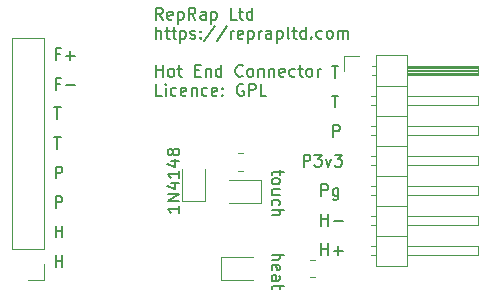
<source format=gbr>
%TF.GenerationSoftware,KiCad,Pcbnew,7.0.7-7.0.7~ubuntu20.04.1*%
%TF.CreationDate,2023-08-31T15:52:28+01:00*%
%TF.ProjectId,hot-end-connector,686f742d-656e-4642-9d63-6f6e6e656374,rev?*%
%TF.SameCoordinates,Original*%
%TF.FileFunction,Legend,Top*%
%TF.FilePolarity,Positive*%
%FSLAX46Y46*%
G04 Gerber Fmt 4.6, Leading zero omitted, Abs format (unit mm)*
G04 Created by KiCad (PCBNEW 7.0.7-7.0.7~ubuntu20.04.1) date 2023-08-31 15:52:28*
%MOMM*%
%LPD*%
G01*
G04 APERTURE LIST*
%ADD10C,0.150000*%
%ADD11C,0.120000*%
G04 APERTURE END LIST*
D10*
X42408207Y-155929819D02*
X42074874Y-155453628D01*
X41836779Y-155929819D02*
X41836779Y-154929819D01*
X41836779Y-154929819D02*
X42217731Y-154929819D01*
X42217731Y-154929819D02*
X42312969Y-154977438D01*
X42312969Y-154977438D02*
X42360588Y-155025057D01*
X42360588Y-155025057D02*
X42408207Y-155120295D01*
X42408207Y-155120295D02*
X42408207Y-155263152D01*
X42408207Y-155263152D02*
X42360588Y-155358390D01*
X42360588Y-155358390D02*
X42312969Y-155406009D01*
X42312969Y-155406009D02*
X42217731Y-155453628D01*
X42217731Y-155453628D02*
X41836779Y-155453628D01*
X43217731Y-155882200D02*
X43122493Y-155929819D01*
X43122493Y-155929819D02*
X42932017Y-155929819D01*
X42932017Y-155929819D02*
X42836779Y-155882200D01*
X42836779Y-155882200D02*
X42789160Y-155786961D01*
X42789160Y-155786961D02*
X42789160Y-155406009D01*
X42789160Y-155406009D02*
X42836779Y-155310771D01*
X42836779Y-155310771D02*
X42932017Y-155263152D01*
X42932017Y-155263152D02*
X43122493Y-155263152D01*
X43122493Y-155263152D02*
X43217731Y-155310771D01*
X43217731Y-155310771D02*
X43265350Y-155406009D01*
X43265350Y-155406009D02*
X43265350Y-155501247D01*
X43265350Y-155501247D02*
X42789160Y-155596485D01*
X43693922Y-155263152D02*
X43693922Y-156263152D01*
X43693922Y-155310771D02*
X43789160Y-155263152D01*
X43789160Y-155263152D02*
X43979636Y-155263152D01*
X43979636Y-155263152D02*
X44074874Y-155310771D01*
X44074874Y-155310771D02*
X44122493Y-155358390D01*
X44122493Y-155358390D02*
X44170112Y-155453628D01*
X44170112Y-155453628D02*
X44170112Y-155739342D01*
X44170112Y-155739342D02*
X44122493Y-155834580D01*
X44122493Y-155834580D02*
X44074874Y-155882200D01*
X44074874Y-155882200D02*
X43979636Y-155929819D01*
X43979636Y-155929819D02*
X43789160Y-155929819D01*
X43789160Y-155929819D02*
X43693922Y-155882200D01*
X45170112Y-155929819D02*
X44836779Y-155453628D01*
X44598684Y-155929819D02*
X44598684Y-154929819D01*
X44598684Y-154929819D02*
X44979636Y-154929819D01*
X44979636Y-154929819D02*
X45074874Y-154977438D01*
X45074874Y-154977438D02*
X45122493Y-155025057D01*
X45122493Y-155025057D02*
X45170112Y-155120295D01*
X45170112Y-155120295D02*
X45170112Y-155263152D01*
X45170112Y-155263152D02*
X45122493Y-155358390D01*
X45122493Y-155358390D02*
X45074874Y-155406009D01*
X45074874Y-155406009D02*
X44979636Y-155453628D01*
X44979636Y-155453628D02*
X44598684Y-155453628D01*
X46027255Y-155929819D02*
X46027255Y-155406009D01*
X46027255Y-155406009D02*
X45979636Y-155310771D01*
X45979636Y-155310771D02*
X45884398Y-155263152D01*
X45884398Y-155263152D02*
X45693922Y-155263152D01*
X45693922Y-155263152D02*
X45598684Y-155310771D01*
X46027255Y-155882200D02*
X45932017Y-155929819D01*
X45932017Y-155929819D02*
X45693922Y-155929819D01*
X45693922Y-155929819D02*
X45598684Y-155882200D01*
X45598684Y-155882200D02*
X45551065Y-155786961D01*
X45551065Y-155786961D02*
X45551065Y-155691723D01*
X45551065Y-155691723D02*
X45598684Y-155596485D01*
X45598684Y-155596485D02*
X45693922Y-155548866D01*
X45693922Y-155548866D02*
X45932017Y-155548866D01*
X45932017Y-155548866D02*
X46027255Y-155501247D01*
X46503446Y-155263152D02*
X46503446Y-156263152D01*
X46503446Y-155310771D02*
X46598684Y-155263152D01*
X46598684Y-155263152D02*
X46789160Y-155263152D01*
X46789160Y-155263152D02*
X46884398Y-155310771D01*
X46884398Y-155310771D02*
X46932017Y-155358390D01*
X46932017Y-155358390D02*
X46979636Y-155453628D01*
X46979636Y-155453628D02*
X46979636Y-155739342D01*
X46979636Y-155739342D02*
X46932017Y-155834580D01*
X46932017Y-155834580D02*
X46884398Y-155882200D01*
X46884398Y-155882200D02*
X46789160Y-155929819D01*
X46789160Y-155929819D02*
X46598684Y-155929819D01*
X46598684Y-155929819D02*
X46503446Y-155882200D01*
X48646303Y-155929819D02*
X48170113Y-155929819D01*
X48170113Y-155929819D02*
X48170113Y-154929819D01*
X48836780Y-155263152D02*
X49217732Y-155263152D01*
X48979637Y-154929819D02*
X48979637Y-155786961D01*
X48979637Y-155786961D02*
X49027256Y-155882200D01*
X49027256Y-155882200D02*
X49122494Y-155929819D01*
X49122494Y-155929819D02*
X49217732Y-155929819D01*
X49979637Y-155929819D02*
X49979637Y-154929819D01*
X49979637Y-155882200D02*
X49884399Y-155929819D01*
X49884399Y-155929819D02*
X49693923Y-155929819D01*
X49693923Y-155929819D02*
X49598685Y-155882200D01*
X49598685Y-155882200D02*
X49551066Y-155834580D01*
X49551066Y-155834580D02*
X49503447Y-155739342D01*
X49503447Y-155739342D02*
X49503447Y-155453628D01*
X49503447Y-155453628D02*
X49551066Y-155358390D01*
X49551066Y-155358390D02*
X49598685Y-155310771D01*
X49598685Y-155310771D02*
X49693923Y-155263152D01*
X49693923Y-155263152D02*
X49884399Y-155263152D01*
X49884399Y-155263152D02*
X49979637Y-155310771D01*
X41836779Y-157539819D02*
X41836779Y-156539819D01*
X42265350Y-157539819D02*
X42265350Y-157016009D01*
X42265350Y-157016009D02*
X42217731Y-156920771D01*
X42217731Y-156920771D02*
X42122493Y-156873152D01*
X42122493Y-156873152D02*
X41979636Y-156873152D01*
X41979636Y-156873152D02*
X41884398Y-156920771D01*
X41884398Y-156920771D02*
X41836779Y-156968390D01*
X42598684Y-156873152D02*
X42979636Y-156873152D01*
X42741541Y-156539819D02*
X42741541Y-157396961D01*
X42741541Y-157396961D02*
X42789160Y-157492200D01*
X42789160Y-157492200D02*
X42884398Y-157539819D01*
X42884398Y-157539819D02*
X42979636Y-157539819D01*
X43170113Y-156873152D02*
X43551065Y-156873152D01*
X43312970Y-156539819D02*
X43312970Y-157396961D01*
X43312970Y-157396961D02*
X43360589Y-157492200D01*
X43360589Y-157492200D02*
X43455827Y-157539819D01*
X43455827Y-157539819D02*
X43551065Y-157539819D01*
X43884399Y-156873152D02*
X43884399Y-157873152D01*
X43884399Y-156920771D02*
X43979637Y-156873152D01*
X43979637Y-156873152D02*
X44170113Y-156873152D01*
X44170113Y-156873152D02*
X44265351Y-156920771D01*
X44265351Y-156920771D02*
X44312970Y-156968390D01*
X44312970Y-156968390D02*
X44360589Y-157063628D01*
X44360589Y-157063628D02*
X44360589Y-157349342D01*
X44360589Y-157349342D02*
X44312970Y-157444580D01*
X44312970Y-157444580D02*
X44265351Y-157492200D01*
X44265351Y-157492200D02*
X44170113Y-157539819D01*
X44170113Y-157539819D02*
X43979637Y-157539819D01*
X43979637Y-157539819D02*
X43884399Y-157492200D01*
X44741542Y-157492200D02*
X44836780Y-157539819D01*
X44836780Y-157539819D02*
X45027256Y-157539819D01*
X45027256Y-157539819D02*
X45122494Y-157492200D01*
X45122494Y-157492200D02*
X45170113Y-157396961D01*
X45170113Y-157396961D02*
X45170113Y-157349342D01*
X45170113Y-157349342D02*
X45122494Y-157254104D01*
X45122494Y-157254104D02*
X45027256Y-157206485D01*
X45027256Y-157206485D02*
X44884399Y-157206485D01*
X44884399Y-157206485D02*
X44789161Y-157158866D01*
X44789161Y-157158866D02*
X44741542Y-157063628D01*
X44741542Y-157063628D02*
X44741542Y-157016009D01*
X44741542Y-157016009D02*
X44789161Y-156920771D01*
X44789161Y-156920771D02*
X44884399Y-156873152D01*
X44884399Y-156873152D02*
X45027256Y-156873152D01*
X45027256Y-156873152D02*
X45122494Y-156920771D01*
X45598685Y-157444580D02*
X45646304Y-157492200D01*
X45646304Y-157492200D02*
X45598685Y-157539819D01*
X45598685Y-157539819D02*
X45551066Y-157492200D01*
X45551066Y-157492200D02*
X45598685Y-157444580D01*
X45598685Y-157444580D02*
X45598685Y-157539819D01*
X45598685Y-156920771D02*
X45646304Y-156968390D01*
X45646304Y-156968390D02*
X45598685Y-157016009D01*
X45598685Y-157016009D02*
X45551066Y-156968390D01*
X45551066Y-156968390D02*
X45598685Y-156920771D01*
X45598685Y-156920771D02*
X45598685Y-157016009D01*
X46789160Y-156492200D02*
X45932018Y-157777914D01*
X47836779Y-156492200D02*
X46979637Y-157777914D01*
X48170113Y-157539819D02*
X48170113Y-156873152D01*
X48170113Y-157063628D02*
X48217732Y-156968390D01*
X48217732Y-156968390D02*
X48265351Y-156920771D01*
X48265351Y-156920771D02*
X48360589Y-156873152D01*
X48360589Y-156873152D02*
X48455827Y-156873152D01*
X49170113Y-157492200D02*
X49074875Y-157539819D01*
X49074875Y-157539819D02*
X48884399Y-157539819D01*
X48884399Y-157539819D02*
X48789161Y-157492200D01*
X48789161Y-157492200D02*
X48741542Y-157396961D01*
X48741542Y-157396961D02*
X48741542Y-157016009D01*
X48741542Y-157016009D02*
X48789161Y-156920771D01*
X48789161Y-156920771D02*
X48884399Y-156873152D01*
X48884399Y-156873152D02*
X49074875Y-156873152D01*
X49074875Y-156873152D02*
X49170113Y-156920771D01*
X49170113Y-156920771D02*
X49217732Y-157016009D01*
X49217732Y-157016009D02*
X49217732Y-157111247D01*
X49217732Y-157111247D02*
X48741542Y-157206485D01*
X49646304Y-156873152D02*
X49646304Y-157873152D01*
X49646304Y-156920771D02*
X49741542Y-156873152D01*
X49741542Y-156873152D02*
X49932018Y-156873152D01*
X49932018Y-156873152D02*
X50027256Y-156920771D01*
X50027256Y-156920771D02*
X50074875Y-156968390D01*
X50074875Y-156968390D02*
X50122494Y-157063628D01*
X50122494Y-157063628D02*
X50122494Y-157349342D01*
X50122494Y-157349342D02*
X50074875Y-157444580D01*
X50074875Y-157444580D02*
X50027256Y-157492200D01*
X50027256Y-157492200D02*
X49932018Y-157539819D01*
X49932018Y-157539819D02*
X49741542Y-157539819D01*
X49741542Y-157539819D02*
X49646304Y-157492200D01*
X50551066Y-157539819D02*
X50551066Y-156873152D01*
X50551066Y-157063628D02*
X50598685Y-156968390D01*
X50598685Y-156968390D02*
X50646304Y-156920771D01*
X50646304Y-156920771D02*
X50741542Y-156873152D01*
X50741542Y-156873152D02*
X50836780Y-156873152D01*
X51598685Y-157539819D02*
X51598685Y-157016009D01*
X51598685Y-157016009D02*
X51551066Y-156920771D01*
X51551066Y-156920771D02*
X51455828Y-156873152D01*
X51455828Y-156873152D02*
X51265352Y-156873152D01*
X51265352Y-156873152D02*
X51170114Y-156920771D01*
X51598685Y-157492200D02*
X51503447Y-157539819D01*
X51503447Y-157539819D02*
X51265352Y-157539819D01*
X51265352Y-157539819D02*
X51170114Y-157492200D01*
X51170114Y-157492200D02*
X51122495Y-157396961D01*
X51122495Y-157396961D02*
X51122495Y-157301723D01*
X51122495Y-157301723D02*
X51170114Y-157206485D01*
X51170114Y-157206485D02*
X51265352Y-157158866D01*
X51265352Y-157158866D02*
X51503447Y-157158866D01*
X51503447Y-157158866D02*
X51598685Y-157111247D01*
X52074876Y-156873152D02*
X52074876Y-157873152D01*
X52074876Y-156920771D02*
X52170114Y-156873152D01*
X52170114Y-156873152D02*
X52360590Y-156873152D01*
X52360590Y-156873152D02*
X52455828Y-156920771D01*
X52455828Y-156920771D02*
X52503447Y-156968390D01*
X52503447Y-156968390D02*
X52551066Y-157063628D01*
X52551066Y-157063628D02*
X52551066Y-157349342D01*
X52551066Y-157349342D02*
X52503447Y-157444580D01*
X52503447Y-157444580D02*
X52455828Y-157492200D01*
X52455828Y-157492200D02*
X52360590Y-157539819D01*
X52360590Y-157539819D02*
X52170114Y-157539819D01*
X52170114Y-157539819D02*
X52074876Y-157492200D01*
X53122495Y-157539819D02*
X53027257Y-157492200D01*
X53027257Y-157492200D02*
X52979638Y-157396961D01*
X52979638Y-157396961D02*
X52979638Y-156539819D01*
X53360591Y-156873152D02*
X53741543Y-156873152D01*
X53503448Y-156539819D02*
X53503448Y-157396961D01*
X53503448Y-157396961D02*
X53551067Y-157492200D01*
X53551067Y-157492200D02*
X53646305Y-157539819D01*
X53646305Y-157539819D02*
X53741543Y-157539819D01*
X54503448Y-157539819D02*
X54503448Y-156539819D01*
X54503448Y-157492200D02*
X54408210Y-157539819D01*
X54408210Y-157539819D02*
X54217734Y-157539819D01*
X54217734Y-157539819D02*
X54122496Y-157492200D01*
X54122496Y-157492200D02*
X54074877Y-157444580D01*
X54074877Y-157444580D02*
X54027258Y-157349342D01*
X54027258Y-157349342D02*
X54027258Y-157063628D01*
X54027258Y-157063628D02*
X54074877Y-156968390D01*
X54074877Y-156968390D02*
X54122496Y-156920771D01*
X54122496Y-156920771D02*
X54217734Y-156873152D01*
X54217734Y-156873152D02*
X54408210Y-156873152D01*
X54408210Y-156873152D02*
X54503448Y-156920771D01*
X54979639Y-157444580D02*
X55027258Y-157492200D01*
X55027258Y-157492200D02*
X54979639Y-157539819D01*
X54979639Y-157539819D02*
X54932020Y-157492200D01*
X54932020Y-157492200D02*
X54979639Y-157444580D01*
X54979639Y-157444580D02*
X54979639Y-157539819D01*
X55884400Y-157492200D02*
X55789162Y-157539819D01*
X55789162Y-157539819D02*
X55598686Y-157539819D01*
X55598686Y-157539819D02*
X55503448Y-157492200D01*
X55503448Y-157492200D02*
X55455829Y-157444580D01*
X55455829Y-157444580D02*
X55408210Y-157349342D01*
X55408210Y-157349342D02*
X55408210Y-157063628D01*
X55408210Y-157063628D02*
X55455829Y-156968390D01*
X55455829Y-156968390D02*
X55503448Y-156920771D01*
X55503448Y-156920771D02*
X55598686Y-156873152D01*
X55598686Y-156873152D02*
X55789162Y-156873152D01*
X55789162Y-156873152D02*
X55884400Y-156920771D01*
X56455829Y-157539819D02*
X56360591Y-157492200D01*
X56360591Y-157492200D02*
X56312972Y-157444580D01*
X56312972Y-157444580D02*
X56265353Y-157349342D01*
X56265353Y-157349342D02*
X56265353Y-157063628D01*
X56265353Y-157063628D02*
X56312972Y-156968390D01*
X56312972Y-156968390D02*
X56360591Y-156920771D01*
X56360591Y-156920771D02*
X56455829Y-156873152D01*
X56455829Y-156873152D02*
X56598686Y-156873152D01*
X56598686Y-156873152D02*
X56693924Y-156920771D01*
X56693924Y-156920771D02*
X56741543Y-156968390D01*
X56741543Y-156968390D02*
X56789162Y-157063628D01*
X56789162Y-157063628D02*
X56789162Y-157349342D01*
X56789162Y-157349342D02*
X56741543Y-157444580D01*
X56741543Y-157444580D02*
X56693924Y-157492200D01*
X56693924Y-157492200D02*
X56598686Y-157539819D01*
X56598686Y-157539819D02*
X56455829Y-157539819D01*
X57217734Y-157539819D02*
X57217734Y-156873152D01*
X57217734Y-156968390D02*
X57265353Y-156920771D01*
X57265353Y-156920771D02*
X57360591Y-156873152D01*
X57360591Y-156873152D02*
X57503448Y-156873152D01*
X57503448Y-156873152D02*
X57598686Y-156920771D01*
X57598686Y-156920771D02*
X57646305Y-157016009D01*
X57646305Y-157016009D02*
X57646305Y-157539819D01*
X57646305Y-157016009D02*
X57693924Y-156920771D01*
X57693924Y-156920771D02*
X57789162Y-156873152D01*
X57789162Y-156873152D02*
X57932019Y-156873152D01*
X57932019Y-156873152D02*
X58027258Y-156920771D01*
X58027258Y-156920771D02*
X58074877Y-157016009D01*
X58074877Y-157016009D02*
X58074877Y-157539819D01*
X41836779Y-160759819D02*
X41836779Y-159759819D01*
X41836779Y-160236009D02*
X42408207Y-160236009D01*
X42408207Y-160759819D02*
X42408207Y-159759819D01*
X43027255Y-160759819D02*
X42932017Y-160712200D01*
X42932017Y-160712200D02*
X42884398Y-160664580D01*
X42884398Y-160664580D02*
X42836779Y-160569342D01*
X42836779Y-160569342D02*
X42836779Y-160283628D01*
X42836779Y-160283628D02*
X42884398Y-160188390D01*
X42884398Y-160188390D02*
X42932017Y-160140771D01*
X42932017Y-160140771D02*
X43027255Y-160093152D01*
X43027255Y-160093152D02*
X43170112Y-160093152D01*
X43170112Y-160093152D02*
X43265350Y-160140771D01*
X43265350Y-160140771D02*
X43312969Y-160188390D01*
X43312969Y-160188390D02*
X43360588Y-160283628D01*
X43360588Y-160283628D02*
X43360588Y-160569342D01*
X43360588Y-160569342D02*
X43312969Y-160664580D01*
X43312969Y-160664580D02*
X43265350Y-160712200D01*
X43265350Y-160712200D02*
X43170112Y-160759819D01*
X43170112Y-160759819D02*
X43027255Y-160759819D01*
X43646303Y-160093152D02*
X44027255Y-160093152D01*
X43789160Y-159759819D02*
X43789160Y-160616961D01*
X43789160Y-160616961D02*
X43836779Y-160712200D01*
X43836779Y-160712200D02*
X43932017Y-160759819D01*
X43932017Y-160759819D02*
X44027255Y-160759819D01*
X45122494Y-160236009D02*
X45455827Y-160236009D01*
X45598684Y-160759819D02*
X45122494Y-160759819D01*
X45122494Y-160759819D02*
X45122494Y-159759819D01*
X45122494Y-159759819D02*
X45598684Y-159759819D01*
X46027256Y-160093152D02*
X46027256Y-160759819D01*
X46027256Y-160188390D02*
X46074875Y-160140771D01*
X46074875Y-160140771D02*
X46170113Y-160093152D01*
X46170113Y-160093152D02*
X46312970Y-160093152D01*
X46312970Y-160093152D02*
X46408208Y-160140771D01*
X46408208Y-160140771D02*
X46455827Y-160236009D01*
X46455827Y-160236009D02*
X46455827Y-160759819D01*
X47360589Y-160759819D02*
X47360589Y-159759819D01*
X47360589Y-160712200D02*
X47265351Y-160759819D01*
X47265351Y-160759819D02*
X47074875Y-160759819D01*
X47074875Y-160759819D02*
X46979637Y-160712200D01*
X46979637Y-160712200D02*
X46932018Y-160664580D01*
X46932018Y-160664580D02*
X46884399Y-160569342D01*
X46884399Y-160569342D02*
X46884399Y-160283628D01*
X46884399Y-160283628D02*
X46932018Y-160188390D01*
X46932018Y-160188390D02*
X46979637Y-160140771D01*
X46979637Y-160140771D02*
X47074875Y-160093152D01*
X47074875Y-160093152D02*
X47265351Y-160093152D01*
X47265351Y-160093152D02*
X47360589Y-160140771D01*
X49170113Y-160664580D02*
X49122494Y-160712200D01*
X49122494Y-160712200D02*
X48979637Y-160759819D01*
X48979637Y-160759819D02*
X48884399Y-160759819D01*
X48884399Y-160759819D02*
X48741542Y-160712200D01*
X48741542Y-160712200D02*
X48646304Y-160616961D01*
X48646304Y-160616961D02*
X48598685Y-160521723D01*
X48598685Y-160521723D02*
X48551066Y-160331247D01*
X48551066Y-160331247D02*
X48551066Y-160188390D01*
X48551066Y-160188390D02*
X48598685Y-159997914D01*
X48598685Y-159997914D02*
X48646304Y-159902676D01*
X48646304Y-159902676D02*
X48741542Y-159807438D01*
X48741542Y-159807438D02*
X48884399Y-159759819D01*
X48884399Y-159759819D02*
X48979637Y-159759819D01*
X48979637Y-159759819D02*
X49122494Y-159807438D01*
X49122494Y-159807438D02*
X49170113Y-159855057D01*
X49741542Y-160759819D02*
X49646304Y-160712200D01*
X49646304Y-160712200D02*
X49598685Y-160664580D01*
X49598685Y-160664580D02*
X49551066Y-160569342D01*
X49551066Y-160569342D02*
X49551066Y-160283628D01*
X49551066Y-160283628D02*
X49598685Y-160188390D01*
X49598685Y-160188390D02*
X49646304Y-160140771D01*
X49646304Y-160140771D02*
X49741542Y-160093152D01*
X49741542Y-160093152D02*
X49884399Y-160093152D01*
X49884399Y-160093152D02*
X49979637Y-160140771D01*
X49979637Y-160140771D02*
X50027256Y-160188390D01*
X50027256Y-160188390D02*
X50074875Y-160283628D01*
X50074875Y-160283628D02*
X50074875Y-160569342D01*
X50074875Y-160569342D02*
X50027256Y-160664580D01*
X50027256Y-160664580D02*
X49979637Y-160712200D01*
X49979637Y-160712200D02*
X49884399Y-160759819D01*
X49884399Y-160759819D02*
X49741542Y-160759819D01*
X50503447Y-160093152D02*
X50503447Y-160759819D01*
X50503447Y-160188390D02*
X50551066Y-160140771D01*
X50551066Y-160140771D02*
X50646304Y-160093152D01*
X50646304Y-160093152D02*
X50789161Y-160093152D01*
X50789161Y-160093152D02*
X50884399Y-160140771D01*
X50884399Y-160140771D02*
X50932018Y-160236009D01*
X50932018Y-160236009D02*
X50932018Y-160759819D01*
X51408209Y-160093152D02*
X51408209Y-160759819D01*
X51408209Y-160188390D02*
X51455828Y-160140771D01*
X51455828Y-160140771D02*
X51551066Y-160093152D01*
X51551066Y-160093152D02*
X51693923Y-160093152D01*
X51693923Y-160093152D02*
X51789161Y-160140771D01*
X51789161Y-160140771D02*
X51836780Y-160236009D01*
X51836780Y-160236009D02*
X51836780Y-160759819D01*
X52693923Y-160712200D02*
X52598685Y-160759819D01*
X52598685Y-160759819D02*
X52408209Y-160759819D01*
X52408209Y-160759819D02*
X52312971Y-160712200D01*
X52312971Y-160712200D02*
X52265352Y-160616961D01*
X52265352Y-160616961D02*
X52265352Y-160236009D01*
X52265352Y-160236009D02*
X52312971Y-160140771D01*
X52312971Y-160140771D02*
X52408209Y-160093152D01*
X52408209Y-160093152D02*
X52598685Y-160093152D01*
X52598685Y-160093152D02*
X52693923Y-160140771D01*
X52693923Y-160140771D02*
X52741542Y-160236009D01*
X52741542Y-160236009D02*
X52741542Y-160331247D01*
X52741542Y-160331247D02*
X52265352Y-160426485D01*
X53598685Y-160712200D02*
X53503447Y-160759819D01*
X53503447Y-160759819D02*
X53312971Y-160759819D01*
X53312971Y-160759819D02*
X53217733Y-160712200D01*
X53217733Y-160712200D02*
X53170114Y-160664580D01*
X53170114Y-160664580D02*
X53122495Y-160569342D01*
X53122495Y-160569342D02*
X53122495Y-160283628D01*
X53122495Y-160283628D02*
X53170114Y-160188390D01*
X53170114Y-160188390D02*
X53217733Y-160140771D01*
X53217733Y-160140771D02*
X53312971Y-160093152D01*
X53312971Y-160093152D02*
X53503447Y-160093152D01*
X53503447Y-160093152D02*
X53598685Y-160140771D01*
X53884400Y-160093152D02*
X54265352Y-160093152D01*
X54027257Y-159759819D02*
X54027257Y-160616961D01*
X54027257Y-160616961D02*
X54074876Y-160712200D01*
X54074876Y-160712200D02*
X54170114Y-160759819D01*
X54170114Y-160759819D02*
X54265352Y-160759819D01*
X54741543Y-160759819D02*
X54646305Y-160712200D01*
X54646305Y-160712200D02*
X54598686Y-160664580D01*
X54598686Y-160664580D02*
X54551067Y-160569342D01*
X54551067Y-160569342D02*
X54551067Y-160283628D01*
X54551067Y-160283628D02*
X54598686Y-160188390D01*
X54598686Y-160188390D02*
X54646305Y-160140771D01*
X54646305Y-160140771D02*
X54741543Y-160093152D01*
X54741543Y-160093152D02*
X54884400Y-160093152D01*
X54884400Y-160093152D02*
X54979638Y-160140771D01*
X54979638Y-160140771D02*
X55027257Y-160188390D01*
X55027257Y-160188390D02*
X55074876Y-160283628D01*
X55074876Y-160283628D02*
X55074876Y-160569342D01*
X55074876Y-160569342D02*
X55027257Y-160664580D01*
X55027257Y-160664580D02*
X54979638Y-160712200D01*
X54979638Y-160712200D02*
X54884400Y-160759819D01*
X54884400Y-160759819D02*
X54741543Y-160759819D01*
X55503448Y-160759819D02*
X55503448Y-160093152D01*
X55503448Y-160283628D02*
X55551067Y-160188390D01*
X55551067Y-160188390D02*
X55598686Y-160140771D01*
X55598686Y-160140771D02*
X55693924Y-160093152D01*
X55693924Y-160093152D02*
X55789162Y-160093152D01*
X42312969Y-162369819D02*
X41836779Y-162369819D01*
X41836779Y-162369819D02*
X41836779Y-161369819D01*
X42646303Y-162369819D02*
X42646303Y-161703152D01*
X42646303Y-161369819D02*
X42598684Y-161417438D01*
X42598684Y-161417438D02*
X42646303Y-161465057D01*
X42646303Y-161465057D02*
X42693922Y-161417438D01*
X42693922Y-161417438D02*
X42646303Y-161369819D01*
X42646303Y-161369819D02*
X42646303Y-161465057D01*
X43551064Y-162322200D02*
X43455826Y-162369819D01*
X43455826Y-162369819D02*
X43265350Y-162369819D01*
X43265350Y-162369819D02*
X43170112Y-162322200D01*
X43170112Y-162322200D02*
X43122493Y-162274580D01*
X43122493Y-162274580D02*
X43074874Y-162179342D01*
X43074874Y-162179342D02*
X43074874Y-161893628D01*
X43074874Y-161893628D02*
X43122493Y-161798390D01*
X43122493Y-161798390D02*
X43170112Y-161750771D01*
X43170112Y-161750771D02*
X43265350Y-161703152D01*
X43265350Y-161703152D02*
X43455826Y-161703152D01*
X43455826Y-161703152D02*
X43551064Y-161750771D01*
X44360588Y-162322200D02*
X44265350Y-162369819D01*
X44265350Y-162369819D02*
X44074874Y-162369819D01*
X44074874Y-162369819D02*
X43979636Y-162322200D01*
X43979636Y-162322200D02*
X43932017Y-162226961D01*
X43932017Y-162226961D02*
X43932017Y-161846009D01*
X43932017Y-161846009D02*
X43979636Y-161750771D01*
X43979636Y-161750771D02*
X44074874Y-161703152D01*
X44074874Y-161703152D02*
X44265350Y-161703152D01*
X44265350Y-161703152D02*
X44360588Y-161750771D01*
X44360588Y-161750771D02*
X44408207Y-161846009D01*
X44408207Y-161846009D02*
X44408207Y-161941247D01*
X44408207Y-161941247D02*
X43932017Y-162036485D01*
X44836779Y-161703152D02*
X44836779Y-162369819D01*
X44836779Y-161798390D02*
X44884398Y-161750771D01*
X44884398Y-161750771D02*
X44979636Y-161703152D01*
X44979636Y-161703152D02*
X45122493Y-161703152D01*
X45122493Y-161703152D02*
X45217731Y-161750771D01*
X45217731Y-161750771D02*
X45265350Y-161846009D01*
X45265350Y-161846009D02*
X45265350Y-162369819D01*
X46170112Y-162322200D02*
X46074874Y-162369819D01*
X46074874Y-162369819D02*
X45884398Y-162369819D01*
X45884398Y-162369819D02*
X45789160Y-162322200D01*
X45789160Y-162322200D02*
X45741541Y-162274580D01*
X45741541Y-162274580D02*
X45693922Y-162179342D01*
X45693922Y-162179342D02*
X45693922Y-161893628D01*
X45693922Y-161893628D02*
X45741541Y-161798390D01*
X45741541Y-161798390D02*
X45789160Y-161750771D01*
X45789160Y-161750771D02*
X45884398Y-161703152D01*
X45884398Y-161703152D02*
X46074874Y-161703152D01*
X46074874Y-161703152D02*
X46170112Y-161750771D01*
X46979636Y-162322200D02*
X46884398Y-162369819D01*
X46884398Y-162369819D02*
X46693922Y-162369819D01*
X46693922Y-162369819D02*
X46598684Y-162322200D01*
X46598684Y-162322200D02*
X46551065Y-162226961D01*
X46551065Y-162226961D02*
X46551065Y-161846009D01*
X46551065Y-161846009D02*
X46598684Y-161750771D01*
X46598684Y-161750771D02*
X46693922Y-161703152D01*
X46693922Y-161703152D02*
X46884398Y-161703152D01*
X46884398Y-161703152D02*
X46979636Y-161750771D01*
X46979636Y-161750771D02*
X47027255Y-161846009D01*
X47027255Y-161846009D02*
X47027255Y-161941247D01*
X47027255Y-161941247D02*
X46551065Y-162036485D01*
X47455827Y-162274580D02*
X47503446Y-162322200D01*
X47503446Y-162322200D02*
X47455827Y-162369819D01*
X47455827Y-162369819D02*
X47408208Y-162322200D01*
X47408208Y-162322200D02*
X47455827Y-162274580D01*
X47455827Y-162274580D02*
X47455827Y-162369819D01*
X47455827Y-161750771D02*
X47503446Y-161798390D01*
X47503446Y-161798390D02*
X47455827Y-161846009D01*
X47455827Y-161846009D02*
X47408208Y-161798390D01*
X47408208Y-161798390D02*
X47455827Y-161750771D01*
X47455827Y-161750771D02*
X47455827Y-161846009D01*
X49217731Y-161417438D02*
X49122493Y-161369819D01*
X49122493Y-161369819D02*
X48979636Y-161369819D01*
X48979636Y-161369819D02*
X48836779Y-161417438D01*
X48836779Y-161417438D02*
X48741541Y-161512676D01*
X48741541Y-161512676D02*
X48693922Y-161607914D01*
X48693922Y-161607914D02*
X48646303Y-161798390D01*
X48646303Y-161798390D02*
X48646303Y-161941247D01*
X48646303Y-161941247D02*
X48693922Y-162131723D01*
X48693922Y-162131723D02*
X48741541Y-162226961D01*
X48741541Y-162226961D02*
X48836779Y-162322200D01*
X48836779Y-162322200D02*
X48979636Y-162369819D01*
X48979636Y-162369819D02*
X49074874Y-162369819D01*
X49074874Y-162369819D02*
X49217731Y-162322200D01*
X49217731Y-162322200D02*
X49265350Y-162274580D01*
X49265350Y-162274580D02*
X49265350Y-161941247D01*
X49265350Y-161941247D02*
X49074874Y-161941247D01*
X49693922Y-162369819D02*
X49693922Y-161369819D01*
X49693922Y-161369819D02*
X50074874Y-161369819D01*
X50074874Y-161369819D02*
X50170112Y-161417438D01*
X50170112Y-161417438D02*
X50217731Y-161465057D01*
X50217731Y-161465057D02*
X50265350Y-161560295D01*
X50265350Y-161560295D02*
X50265350Y-161703152D01*
X50265350Y-161703152D02*
X50217731Y-161798390D01*
X50217731Y-161798390D02*
X50170112Y-161846009D01*
X50170112Y-161846009D02*
X50074874Y-161893628D01*
X50074874Y-161893628D02*
X49693922Y-161893628D01*
X51170112Y-162369819D02*
X50693922Y-162369819D01*
X50693922Y-162369819D02*
X50693922Y-161369819D01*
X56693922Y-162369819D02*
X57265350Y-162369819D01*
X56979636Y-163369819D02*
X56979636Y-162369819D01*
X51630180Y-175836779D02*
X52630180Y-175836779D01*
X51630180Y-176265350D02*
X52153990Y-176265350D01*
X52153990Y-176265350D02*
X52249228Y-176217731D01*
X52249228Y-176217731D02*
X52296847Y-176122493D01*
X52296847Y-176122493D02*
X52296847Y-175979636D01*
X52296847Y-175979636D02*
X52249228Y-175884398D01*
X52249228Y-175884398D02*
X52201609Y-175836779D01*
X51677800Y-177122493D02*
X51630180Y-177027255D01*
X51630180Y-177027255D02*
X51630180Y-176836779D01*
X51630180Y-176836779D02*
X51677800Y-176741541D01*
X51677800Y-176741541D02*
X51773038Y-176693922D01*
X51773038Y-176693922D02*
X52153990Y-176693922D01*
X52153990Y-176693922D02*
X52249228Y-176741541D01*
X52249228Y-176741541D02*
X52296847Y-176836779D01*
X52296847Y-176836779D02*
X52296847Y-177027255D01*
X52296847Y-177027255D02*
X52249228Y-177122493D01*
X52249228Y-177122493D02*
X52153990Y-177170112D01*
X52153990Y-177170112D02*
X52058752Y-177170112D01*
X52058752Y-177170112D02*
X51963514Y-176693922D01*
X51630180Y-178027255D02*
X52153990Y-178027255D01*
X52153990Y-178027255D02*
X52249228Y-177979636D01*
X52249228Y-177979636D02*
X52296847Y-177884398D01*
X52296847Y-177884398D02*
X52296847Y-177693922D01*
X52296847Y-177693922D02*
X52249228Y-177598684D01*
X51677800Y-178027255D02*
X51630180Y-177932017D01*
X51630180Y-177932017D02*
X51630180Y-177693922D01*
X51630180Y-177693922D02*
X51677800Y-177598684D01*
X51677800Y-177598684D02*
X51773038Y-177551065D01*
X51773038Y-177551065D02*
X51868276Y-177551065D01*
X51868276Y-177551065D02*
X51963514Y-177598684D01*
X51963514Y-177598684D02*
X52011133Y-177693922D01*
X52011133Y-177693922D02*
X52011133Y-177932017D01*
X52011133Y-177932017D02*
X52058752Y-178027255D01*
X52296847Y-178360589D02*
X52296847Y-178741541D01*
X52630180Y-178503446D02*
X51773038Y-178503446D01*
X51773038Y-178503446D02*
X51677800Y-178551065D01*
X51677800Y-178551065D02*
X51630180Y-178646303D01*
X51630180Y-178646303D02*
X51630180Y-178741541D01*
X33336779Y-176869819D02*
X33336779Y-175869819D01*
X33336779Y-176346009D02*
X33908207Y-176346009D01*
X33908207Y-176869819D02*
X33908207Y-175869819D01*
X33336779Y-171869819D02*
X33336779Y-170869819D01*
X33336779Y-170869819D02*
X33717731Y-170869819D01*
X33717731Y-170869819D02*
X33812969Y-170917438D01*
X33812969Y-170917438D02*
X33860588Y-170965057D01*
X33860588Y-170965057D02*
X33908207Y-171060295D01*
X33908207Y-171060295D02*
X33908207Y-171203152D01*
X33908207Y-171203152D02*
X33860588Y-171298390D01*
X33860588Y-171298390D02*
X33812969Y-171346009D01*
X33812969Y-171346009D02*
X33717731Y-171393628D01*
X33717731Y-171393628D02*
X33336779Y-171393628D01*
X56693922Y-159869819D02*
X57265350Y-159869819D01*
X56979636Y-160869819D02*
X56979636Y-159869819D01*
X33670112Y-158846009D02*
X33336779Y-158846009D01*
X33336779Y-159369819D02*
X33336779Y-158369819D01*
X33336779Y-158369819D02*
X33812969Y-158369819D01*
X34193922Y-158988866D02*
X34955827Y-158988866D01*
X34574874Y-159369819D02*
X34574874Y-158607914D01*
X52296847Y-168693922D02*
X52296847Y-169074874D01*
X52630180Y-168836779D02*
X51773038Y-168836779D01*
X51773038Y-168836779D02*
X51677800Y-168884398D01*
X51677800Y-168884398D02*
X51630180Y-168979636D01*
X51630180Y-168979636D02*
X51630180Y-169074874D01*
X51630180Y-169551065D02*
X51677800Y-169455827D01*
X51677800Y-169455827D02*
X51725419Y-169408208D01*
X51725419Y-169408208D02*
X51820657Y-169360589D01*
X51820657Y-169360589D02*
X52106371Y-169360589D01*
X52106371Y-169360589D02*
X52201609Y-169408208D01*
X52201609Y-169408208D02*
X52249228Y-169455827D01*
X52249228Y-169455827D02*
X52296847Y-169551065D01*
X52296847Y-169551065D02*
X52296847Y-169693922D01*
X52296847Y-169693922D02*
X52249228Y-169789160D01*
X52249228Y-169789160D02*
X52201609Y-169836779D01*
X52201609Y-169836779D02*
X52106371Y-169884398D01*
X52106371Y-169884398D02*
X51820657Y-169884398D01*
X51820657Y-169884398D02*
X51725419Y-169836779D01*
X51725419Y-169836779D02*
X51677800Y-169789160D01*
X51677800Y-169789160D02*
X51630180Y-169693922D01*
X51630180Y-169693922D02*
X51630180Y-169551065D01*
X52296847Y-170741541D02*
X51630180Y-170741541D01*
X52296847Y-170312970D02*
X51773038Y-170312970D01*
X51773038Y-170312970D02*
X51677800Y-170360589D01*
X51677800Y-170360589D02*
X51630180Y-170455827D01*
X51630180Y-170455827D02*
X51630180Y-170598684D01*
X51630180Y-170598684D02*
X51677800Y-170693922D01*
X51677800Y-170693922D02*
X51725419Y-170741541D01*
X51677800Y-171646303D02*
X51630180Y-171551065D01*
X51630180Y-171551065D02*
X51630180Y-171360589D01*
X51630180Y-171360589D02*
X51677800Y-171265351D01*
X51677800Y-171265351D02*
X51725419Y-171217732D01*
X51725419Y-171217732D02*
X51820657Y-171170113D01*
X51820657Y-171170113D02*
X52106371Y-171170113D01*
X52106371Y-171170113D02*
X52201609Y-171217732D01*
X52201609Y-171217732D02*
X52249228Y-171265351D01*
X52249228Y-171265351D02*
X52296847Y-171360589D01*
X52296847Y-171360589D02*
X52296847Y-171551065D01*
X52296847Y-171551065D02*
X52249228Y-171646303D01*
X51630180Y-172074875D02*
X52630180Y-172074875D01*
X51630180Y-172503446D02*
X52153990Y-172503446D01*
X52153990Y-172503446D02*
X52249228Y-172455827D01*
X52249228Y-172455827D02*
X52296847Y-172360589D01*
X52296847Y-172360589D02*
X52296847Y-172217732D01*
X52296847Y-172217732D02*
X52249228Y-172122494D01*
X52249228Y-172122494D02*
X52201609Y-172074875D01*
X55836779Y-175869819D02*
X55836779Y-174869819D01*
X55836779Y-175346009D02*
X56408207Y-175346009D01*
X56408207Y-175869819D02*
X56408207Y-174869819D01*
X56884398Y-175488866D02*
X57646303Y-175488866D01*
X57265350Y-175869819D02*
X57265350Y-175107914D01*
X55836779Y-173369819D02*
X55836779Y-172369819D01*
X55836779Y-172846009D02*
X56408207Y-172846009D01*
X56408207Y-173369819D02*
X56408207Y-172369819D01*
X56884398Y-172988866D02*
X57646303Y-172988866D01*
X33670112Y-161346009D02*
X33336779Y-161346009D01*
X33336779Y-161869819D02*
X33336779Y-160869819D01*
X33336779Y-160869819D02*
X33812969Y-160869819D01*
X34193922Y-161488866D02*
X34955827Y-161488866D01*
X54336779Y-168369819D02*
X54336779Y-167369819D01*
X54336779Y-167369819D02*
X54717731Y-167369819D01*
X54717731Y-167369819D02*
X54812969Y-167417438D01*
X54812969Y-167417438D02*
X54860588Y-167465057D01*
X54860588Y-167465057D02*
X54908207Y-167560295D01*
X54908207Y-167560295D02*
X54908207Y-167703152D01*
X54908207Y-167703152D02*
X54860588Y-167798390D01*
X54860588Y-167798390D02*
X54812969Y-167846009D01*
X54812969Y-167846009D02*
X54717731Y-167893628D01*
X54717731Y-167893628D02*
X54336779Y-167893628D01*
X55241541Y-167369819D02*
X55860588Y-167369819D01*
X55860588Y-167369819D02*
X55527255Y-167750771D01*
X55527255Y-167750771D02*
X55670112Y-167750771D01*
X55670112Y-167750771D02*
X55765350Y-167798390D01*
X55765350Y-167798390D02*
X55812969Y-167846009D01*
X55812969Y-167846009D02*
X55860588Y-167941247D01*
X55860588Y-167941247D02*
X55860588Y-168179342D01*
X55860588Y-168179342D02*
X55812969Y-168274580D01*
X55812969Y-168274580D02*
X55765350Y-168322200D01*
X55765350Y-168322200D02*
X55670112Y-168369819D01*
X55670112Y-168369819D02*
X55384398Y-168369819D01*
X55384398Y-168369819D02*
X55289160Y-168322200D01*
X55289160Y-168322200D02*
X55241541Y-168274580D01*
X56193922Y-167703152D02*
X56432017Y-168369819D01*
X56432017Y-168369819D02*
X56670112Y-167703152D01*
X56955827Y-167369819D02*
X57574874Y-167369819D01*
X57574874Y-167369819D02*
X57241541Y-167750771D01*
X57241541Y-167750771D02*
X57384398Y-167750771D01*
X57384398Y-167750771D02*
X57479636Y-167798390D01*
X57479636Y-167798390D02*
X57527255Y-167846009D01*
X57527255Y-167846009D02*
X57574874Y-167941247D01*
X57574874Y-167941247D02*
X57574874Y-168179342D01*
X57574874Y-168179342D02*
X57527255Y-168274580D01*
X57527255Y-168274580D02*
X57479636Y-168322200D01*
X57479636Y-168322200D02*
X57384398Y-168369819D01*
X57384398Y-168369819D02*
X57098684Y-168369819D01*
X57098684Y-168369819D02*
X57003446Y-168322200D01*
X57003446Y-168322200D02*
X56955827Y-168274580D01*
X33193922Y-165869819D02*
X33765350Y-165869819D01*
X33479636Y-166869819D02*
X33479636Y-165869819D01*
X55836779Y-170869819D02*
X55836779Y-169869819D01*
X55836779Y-169869819D02*
X56217731Y-169869819D01*
X56217731Y-169869819D02*
X56312969Y-169917438D01*
X56312969Y-169917438D02*
X56360588Y-169965057D01*
X56360588Y-169965057D02*
X56408207Y-170060295D01*
X56408207Y-170060295D02*
X56408207Y-170203152D01*
X56408207Y-170203152D02*
X56360588Y-170298390D01*
X56360588Y-170298390D02*
X56312969Y-170346009D01*
X56312969Y-170346009D02*
X56217731Y-170393628D01*
X56217731Y-170393628D02*
X55836779Y-170393628D01*
X57265350Y-170203152D02*
X57265350Y-171012676D01*
X57265350Y-171012676D02*
X57217731Y-171107914D01*
X57217731Y-171107914D02*
X57170112Y-171155533D01*
X57170112Y-171155533D02*
X57074874Y-171203152D01*
X57074874Y-171203152D02*
X56932017Y-171203152D01*
X56932017Y-171203152D02*
X56836779Y-171155533D01*
X57265350Y-170822200D02*
X57170112Y-170869819D01*
X57170112Y-170869819D02*
X56979636Y-170869819D01*
X56979636Y-170869819D02*
X56884398Y-170822200D01*
X56884398Y-170822200D02*
X56836779Y-170774580D01*
X56836779Y-170774580D02*
X56789160Y-170679342D01*
X56789160Y-170679342D02*
X56789160Y-170393628D01*
X56789160Y-170393628D02*
X56836779Y-170298390D01*
X56836779Y-170298390D02*
X56884398Y-170250771D01*
X56884398Y-170250771D02*
X56979636Y-170203152D01*
X56979636Y-170203152D02*
X57170112Y-170203152D01*
X57170112Y-170203152D02*
X57265350Y-170250771D01*
X33193922Y-163369819D02*
X33765350Y-163369819D01*
X33479636Y-164369819D02*
X33479636Y-163369819D01*
X33336779Y-174369819D02*
X33336779Y-173369819D01*
X33336779Y-173846009D02*
X33908207Y-173846009D01*
X33908207Y-174369819D02*
X33908207Y-173369819D01*
X56836779Y-165869819D02*
X56836779Y-164869819D01*
X56836779Y-164869819D02*
X57217731Y-164869819D01*
X57217731Y-164869819D02*
X57312969Y-164917438D01*
X57312969Y-164917438D02*
X57360588Y-164965057D01*
X57360588Y-164965057D02*
X57408207Y-165060295D01*
X57408207Y-165060295D02*
X57408207Y-165203152D01*
X57408207Y-165203152D02*
X57360588Y-165298390D01*
X57360588Y-165298390D02*
X57312969Y-165346009D01*
X57312969Y-165346009D02*
X57217731Y-165393628D01*
X57217731Y-165393628D02*
X56836779Y-165393628D01*
X33336779Y-169369819D02*
X33336779Y-168369819D01*
X33336779Y-168369819D02*
X33717731Y-168369819D01*
X33717731Y-168369819D02*
X33812969Y-168417438D01*
X33812969Y-168417438D02*
X33860588Y-168465057D01*
X33860588Y-168465057D02*
X33908207Y-168560295D01*
X33908207Y-168560295D02*
X33908207Y-168703152D01*
X33908207Y-168703152D02*
X33860588Y-168798390D01*
X33860588Y-168798390D02*
X33812969Y-168846009D01*
X33812969Y-168846009D02*
X33717731Y-168893628D01*
X33717731Y-168893628D02*
X33336779Y-168893628D01*
X43804819Y-171705357D02*
X43804819Y-172276785D01*
X43804819Y-171991071D02*
X42804819Y-171991071D01*
X42804819Y-171991071D02*
X42947676Y-172086309D01*
X42947676Y-172086309D02*
X43042914Y-172181547D01*
X43042914Y-172181547D02*
X43090533Y-172276785D01*
X43804819Y-171276785D02*
X42804819Y-171276785D01*
X42804819Y-171276785D02*
X43804819Y-170705357D01*
X43804819Y-170705357D02*
X42804819Y-170705357D01*
X43138152Y-169800595D02*
X43804819Y-169800595D01*
X42757200Y-170038690D02*
X43471485Y-170276785D01*
X43471485Y-170276785D02*
X43471485Y-169657738D01*
X43804819Y-168752976D02*
X43804819Y-169324404D01*
X43804819Y-169038690D02*
X42804819Y-169038690D01*
X42804819Y-169038690D02*
X42947676Y-169133928D01*
X42947676Y-169133928D02*
X43042914Y-169229166D01*
X43042914Y-169229166D02*
X43090533Y-169324404D01*
X43138152Y-167895833D02*
X43804819Y-167895833D01*
X42757200Y-168133928D02*
X43471485Y-168372023D01*
X43471485Y-168372023D02*
X43471485Y-167752976D01*
X43233390Y-167229166D02*
X43185771Y-167324404D01*
X43185771Y-167324404D02*
X43138152Y-167372023D01*
X43138152Y-167372023D02*
X43042914Y-167419642D01*
X43042914Y-167419642D02*
X42995295Y-167419642D01*
X42995295Y-167419642D02*
X42900057Y-167372023D01*
X42900057Y-167372023D02*
X42852438Y-167324404D01*
X42852438Y-167324404D02*
X42804819Y-167229166D01*
X42804819Y-167229166D02*
X42804819Y-167038690D01*
X42804819Y-167038690D02*
X42852438Y-166943452D01*
X42852438Y-166943452D02*
X42900057Y-166895833D01*
X42900057Y-166895833D02*
X42995295Y-166848214D01*
X42995295Y-166848214D02*
X43042914Y-166848214D01*
X43042914Y-166848214D02*
X43138152Y-166895833D01*
X43138152Y-166895833D02*
X43185771Y-166943452D01*
X43185771Y-166943452D02*
X43233390Y-167038690D01*
X43233390Y-167038690D02*
X43233390Y-167229166D01*
X43233390Y-167229166D02*
X43281009Y-167324404D01*
X43281009Y-167324404D02*
X43328628Y-167372023D01*
X43328628Y-167372023D02*
X43423866Y-167419642D01*
X43423866Y-167419642D02*
X43614342Y-167419642D01*
X43614342Y-167419642D02*
X43709580Y-167372023D01*
X43709580Y-167372023D02*
X43757200Y-167324404D01*
X43757200Y-167324404D02*
X43804819Y-167229166D01*
X43804819Y-167229166D02*
X43804819Y-167038690D01*
X43804819Y-167038690D02*
X43757200Y-166943452D01*
X43757200Y-166943452D02*
X43709580Y-166895833D01*
X43709580Y-166895833D02*
X43614342Y-166848214D01*
X43614342Y-166848214D02*
X43423866Y-166848214D01*
X43423866Y-166848214D02*
X43328628Y-166895833D01*
X43328628Y-166895833D02*
X43281009Y-166943452D01*
X43281009Y-166943452D02*
X43233390Y-167038690D01*
D11*
%TO.C,R1*%
X54860436Y-176265000D02*
X55314564Y-176265000D01*
X54860436Y-177735000D02*
X55314564Y-177735000D01*
%TO.C,R2*%
X48772936Y-167265000D02*
X49227064Y-167265000D01*
X48772936Y-168735000D02*
X49227064Y-168735000D01*
%TO.C,1N4148*%
X44040000Y-171247500D02*
X45960000Y-171247500D01*
X45960000Y-171247500D02*
X45960000Y-168562500D01*
X44040000Y-168562500D02*
X44040000Y-171247500D01*
%TO.C,D1*%
X47315000Y-176040000D02*
X47315000Y-177960000D01*
X47315000Y-177960000D02*
X50000000Y-177960000D01*
X50000000Y-176040000D02*
X47315000Y-176040000D01*
%TO.C,D2*%
X50685000Y-171460000D02*
X50685000Y-169540000D01*
X50685000Y-169540000D02*
X48000000Y-169540000D01*
X48000000Y-171460000D02*
X50685000Y-171460000D01*
%TO.C,J1*%
X57730000Y-158990000D02*
X59000000Y-158990000D01*
X57730000Y-160260000D02*
X57730000Y-158990000D01*
X60042929Y-162420000D02*
X60440000Y-162420000D01*
X60042929Y-163180000D02*
X60440000Y-163180000D01*
X60042929Y-164960000D02*
X60440000Y-164960000D01*
X60042929Y-165720000D02*
X60440000Y-165720000D01*
X60042929Y-167500000D02*
X60440000Y-167500000D01*
X60042929Y-168260000D02*
X60440000Y-168260000D01*
X60042929Y-170040000D02*
X60440000Y-170040000D01*
X60042929Y-170800000D02*
X60440000Y-170800000D01*
X60042929Y-172580000D02*
X60440000Y-172580000D01*
X60042929Y-173340000D02*
X60440000Y-173340000D01*
X60042929Y-175120000D02*
X60440000Y-175120000D01*
X60042929Y-175880000D02*
X60440000Y-175880000D01*
X60110000Y-159880000D02*
X60440000Y-159880000D01*
X60110000Y-160640000D02*
X60440000Y-160640000D01*
X60440000Y-158930000D02*
X60440000Y-176830000D01*
X60440000Y-161530000D02*
X63100000Y-161530000D01*
X60440000Y-164070000D02*
X63100000Y-164070000D01*
X60440000Y-166610000D02*
X63100000Y-166610000D01*
X60440000Y-169150000D02*
X63100000Y-169150000D01*
X60440000Y-171690000D02*
X63100000Y-171690000D01*
X60440000Y-174230000D02*
X63100000Y-174230000D01*
X60440000Y-176830000D02*
X63100000Y-176830000D01*
X63100000Y-158930000D02*
X60440000Y-158930000D01*
X63100000Y-159880000D02*
X69100000Y-159880000D01*
X63100000Y-159940000D02*
X69100000Y-159940000D01*
X63100000Y-160060000D02*
X69100000Y-160060000D01*
X63100000Y-160180000D02*
X69100000Y-160180000D01*
X63100000Y-160300000D02*
X69100000Y-160300000D01*
X63100000Y-160420000D02*
X69100000Y-160420000D01*
X63100000Y-160540000D02*
X69100000Y-160540000D01*
X63100000Y-162420000D02*
X69100000Y-162420000D01*
X63100000Y-164960000D02*
X69100000Y-164960000D01*
X63100000Y-167500000D02*
X69100000Y-167500000D01*
X63100000Y-170040000D02*
X69100000Y-170040000D01*
X63100000Y-172580000D02*
X69100000Y-172580000D01*
X63100000Y-175120000D02*
X69100000Y-175120000D01*
X63100000Y-176830000D02*
X63100000Y-158930000D01*
X69100000Y-159880000D02*
X69100000Y-160640000D01*
X69100000Y-160640000D02*
X63100000Y-160640000D01*
X69100000Y-162420000D02*
X69100000Y-163180000D01*
X69100000Y-163180000D02*
X63100000Y-163180000D01*
X69100000Y-164960000D02*
X69100000Y-165720000D01*
X69100000Y-165720000D02*
X63100000Y-165720000D01*
X69100000Y-167500000D02*
X69100000Y-168260000D01*
X69100000Y-168260000D02*
X63100000Y-168260000D01*
X69100000Y-170040000D02*
X69100000Y-170800000D01*
X69100000Y-170800000D02*
X63100000Y-170800000D01*
X69100000Y-172580000D02*
X69100000Y-173340000D01*
X69100000Y-173340000D02*
X63100000Y-173340000D01*
X69100000Y-175120000D02*
X69100000Y-175880000D01*
X69100000Y-175880000D02*
X63100000Y-175880000D01*
%TO.C,J2*%
X32330000Y-177950000D02*
X31000000Y-177950000D01*
X32330000Y-176620000D02*
X32330000Y-177950000D01*
X32330000Y-175350000D02*
X32330000Y-157510000D01*
X32330000Y-175350000D02*
X29670000Y-175350000D01*
X32330000Y-157510000D02*
X29670000Y-157510000D01*
X29670000Y-175350000D02*
X29670000Y-157510000D01*
%TD*%
M02*

</source>
